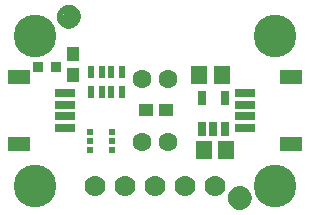
<source format=gbr>
G04 EAGLE Gerber RS-274X export*
G75*
%MOMM*%
%FSLAX34Y34*%
%LPD*%
%INSoldermask Top*%
%IPPOS*%
%AMOC8*
5,1,8,0,0,1.08239X$1,22.5*%
G01*
%ADD10R,1.341600X1.601600*%
%ADD11R,0.651600X1.301600*%
%ADD12R,1.176600X1.101600*%
%ADD13R,0.551600X1.001600*%
%ADD14R,0.601600X0.601600*%
%ADD15R,0.601600X0.501600*%
%ADD16C,3.617600*%
%ADD17R,1.651600X0.701600*%
%ADD18R,1.901600X1.301600*%
%ADD19C,1.101600*%
%ADD20C,0.500000*%
%ADD21R,0.901600X0.901600*%
%ADD22R,1.101600X1.176600*%
%ADD23C,1.778000*%
%ADD24C,1.600000*%


D10*
X187300Y55880D03*
X168300Y55880D03*
D11*
X167030Y73359D03*
X176530Y73359D03*
X186030Y73359D03*
X186030Y99361D03*
X167030Y99361D03*
D10*
X164490Y119380D03*
X183490Y119380D03*
D12*
X119135Y89535D03*
X136135Y89535D03*
D13*
X98928Y104530D03*
X98928Y121530D03*
X89928Y104530D03*
X81928Y104530D03*
X72928Y104530D03*
X72928Y121530D03*
X89928Y121530D03*
X81928Y121530D03*
D14*
X90280Y55365D03*
D15*
X90280Y62865D03*
D14*
X90280Y70365D03*
X72280Y70365D03*
D15*
X72280Y62865D03*
D14*
X72280Y55365D03*
D16*
X25400Y152400D03*
X228600Y152400D03*
D17*
X203460Y83900D03*
X203460Y93900D03*
X203460Y73900D03*
X203460Y103900D03*
D18*
X242460Y60900D03*
X242460Y116900D03*
D17*
X50540Y93900D03*
X50540Y83900D03*
X50540Y103900D03*
X50540Y73900D03*
D18*
X11540Y116900D03*
X11540Y60900D03*
D19*
X198730Y14808D03*
D20*
X198730Y22308D02*
X198549Y22306D01*
X198368Y22299D01*
X198187Y22288D01*
X198006Y22273D01*
X197826Y22253D01*
X197646Y22229D01*
X197467Y22201D01*
X197289Y22168D01*
X197112Y22131D01*
X196935Y22090D01*
X196760Y22045D01*
X196585Y21995D01*
X196412Y21941D01*
X196241Y21883D01*
X196070Y21821D01*
X195902Y21754D01*
X195735Y21684D01*
X195569Y21610D01*
X195406Y21531D01*
X195245Y21449D01*
X195085Y21363D01*
X194928Y21273D01*
X194773Y21179D01*
X194620Y21082D01*
X194470Y20980D01*
X194322Y20876D01*
X194176Y20767D01*
X194034Y20656D01*
X193894Y20540D01*
X193757Y20422D01*
X193622Y20300D01*
X193491Y20175D01*
X193363Y20047D01*
X193238Y19916D01*
X193116Y19781D01*
X192998Y19644D01*
X192882Y19504D01*
X192771Y19362D01*
X192662Y19216D01*
X192558Y19068D01*
X192456Y18918D01*
X192359Y18765D01*
X192265Y18610D01*
X192175Y18453D01*
X192089Y18293D01*
X192007Y18132D01*
X191928Y17969D01*
X191854Y17803D01*
X191784Y17636D01*
X191717Y17468D01*
X191655Y17297D01*
X191597Y17126D01*
X191543Y16953D01*
X191493Y16778D01*
X191448Y16603D01*
X191407Y16426D01*
X191370Y16249D01*
X191337Y16071D01*
X191309Y15892D01*
X191285Y15712D01*
X191265Y15532D01*
X191250Y15351D01*
X191239Y15170D01*
X191232Y14989D01*
X191230Y14808D01*
X198730Y22308D02*
X198911Y22306D01*
X199092Y22299D01*
X199273Y22288D01*
X199454Y22273D01*
X199634Y22253D01*
X199814Y22229D01*
X199993Y22201D01*
X200171Y22168D01*
X200348Y22131D01*
X200525Y22090D01*
X200700Y22045D01*
X200875Y21995D01*
X201048Y21941D01*
X201219Y21883D01*
X201390Y21821D01*
X201558Y21754D01*
X201725Y21684D01*
X201891Y21610D01*
X202054Y21531D01*
X202215Y21449D01*
X202375Y21363D01*
X202532Y21273D01*
X202687Y21179D01*
X202840Y21082D01*
X202990Y20980D01*
X203138Y20876D01*
X203284Y20767D01*
X203426Y20656D01*
X203566Y20540D01*
X203703Y20422D01*
X203838Y20300D01*
X203969Y20175D01*
X204097Y20047D01*
X204222Y19916D01*
X204344Y19781D01*
X204462Y19644D01*
X204578Y19504D01*
X204689Y19362D01*
X204798Y19216D01*
X204902Y19068D01*
X205004Y18918D01*
X205101Y18765D01*
X205195Y18610D01*
X205285Y18453D01*
X205371Y18293D01*
X205453Y18132D01*
X205532Y17969D01*
X205606Y17803D01*
X205676Y17636D01*
X205743Y17468D01*
X205805Y17297D01*
X205863Y17126D01*
X205917Y16953D01*
X205967Y16778D01*
X206012Y16603D01*
X206053Y16426D01*
X206090Y16249D01*
X206123Y16071D01*
X206151Y15892D01*
X206175Y15712D01*
X206195Y15532D01*
X206210Y15351D01*
X206221Y15170D01*
X206228Y14989D01*
X206230Y14808D01*
X206228Y14627D01*
X206221Y14446D01*
X206210Y14265D01*
X206195Y14084D01*
X206175Y13904D01*
X206151Y13724D01*
X206123Y13545D01*
X206090Y13367D01*
X206053Y13190D01*
X206012Y13013D01*
X205967Y12838D01*
X205917Y12663D01*
X205863Y12490D01*
X205805Y12319D01*
X205743Y12148D01*
X205676Y11980D01*
X205606Y11813D01*
X205532Y11647D01*
X205453Y11484D01*
X205371Y11323D01*
X205285Y11163D01*
X205195Y11006D01*
X205101Y10851D01*
X205004Y10698D01*
X204902Y10548D01*
X204798Y10400D01*
X204689Y10254D01*
X204578Y10112D01*
X204462Y9972D01*
X204344Y9835D01*
X204222Y9700D01*
X204097Y9569D01*
X203969Y9441D01*
X203838Y9316D01*
X203703Y9194D01*
X203566Y9076D01*
X203426Y8960D01*
X203284Y8849D01*
X203138Y8740D01*
X202990Y8636D01*
X202840Y8534D01*
X202687Y8437D01*
X202532Y8343D01*
X202375Y8253D01*
X202215Y8167D01*
X202054Y8085D01*
X201891Y8006D01*
X201725Y7932D01*
X201558Y7862D01*
X201390Y7795D01*
X201219Y7733D01*
X201048Y7675D01*
X200875Y7621D01*
X200700Y7571D01*
X200525Y7526D01*
X200348Y7485D01*
X200171Y7448D01*
X199993Y7415D01*
X199814Y7387D01*
X199634Y7363D01*
X199454Y7343D01*
X199273Y7328D01*
X199092Y7317D01*
X198911Y7310D01*
X198730Y7308D01*
X198549Y7310D01*
X198368Y7317D01*
X198187Y7328D01*
X198006Y7343D01*
X197826Y7363D01*
X197646Y7387D01*
X197467Y7415D01*
X197289Y7448D01*
X197112Y7485D01*
X196935Y7526D01*
X196760Y7571D01*
X196585Y7621D01*
X196412Y7675D01*
X196241Y7733D01*
X196070Y7795D01*
X195902Y7862D01*
X195735Y7932D01*
X195569Y8006D01*
X195406Y8085D01*
X195245Y8167D01*
X195085Y8253D01*
X194928Y8343D01*
X194773Y8437D01*
X194620Y8534D01*
X194470Y8636D01*
X194322Y8740D01*
X194176Y8849D01*
X194034Y8960D01*
X193894Y9076D01*
X193757Y9194D01*
X193622Y9316D01*
X193491Y9441D01*
X193363Y9569D01*
X193238Y9700D01*
X193116Y9835D01*
X192998Y9972D01*
X192882Y10112D01*
X192771Y10254D01*
X192662Y10400D01*
X192558Y10548D01*
X192456Y10698D01*
X192359Y10851D01*
X192265Y11006D01*
X192175Y11163D01*
X192089Y11323D01*
X192007Y11484D01*
X191928Y11647D01*
X191854Y11813D01*
X191784Y11980D01*
X191717Y12148D01*
X191655Y12319D01*
X191597Y12490D01*
X191543Y12663D01*
X191493Y12838D01*
X191448Y13013D01*
X191407Y13190D01*
X191370Y13367D01*
X191337Y13545D01*
X191309Y13724D01*
X191285Y13904D01*
X191265Y14084D01*
X191250Y14265D01*
X191239Y14446D01*
X191232Y14627D01*
X191230Y14808D01*
D19*
X54000Y168326D03*
D20*
X54000Y175826D02*
X53819Y175824D01*
X53638Y175817D01*
X53457Y175806D01*
X53276Y175791D01*
X53096Y175771D01*
X52916Y175747D01*
X52737Y175719D01*
X52559Y175686D01*
X52382Y175649D01*
X52205Y175608D01*
X52030Y175563D01*
X51855Y175513D01*
X51682Y175459D01*
X51511Y175401D01*
X51340Y175339D01*
X51172Y175272D01*
X51005Y175202D01*
X50839Y175128D01*
X50676Y175049D01*
X50515Y174967D01*
X50355Y174881D01*
X50198Y174791D01*
X50043Y174697D01*
X49890Y174600D01*
X49740Y174498D01*
X49592Y174394D01*
X49446Y174285D01*
X49304Y174174D01*
X49164Y174058D01*
X49027Y173940D01*
X48892Y173818D01*
X48761Y173693D01*
X48633Y173565D01*
X48508Y173434D01*
X48386Y173299D01*
X48268Y173162D01*
X48152Y173022D01*
X48041Y172880D01*
X47932Y172734D01*
X47828Y172586D01*
X47726Y172436D01*
X47629Y172283D01*
X47535Y172128D01*
X47445Y171971D01*
X47359Y171811D01*
X47277Y171650D01*
X47198Y171487D01*
X47124Y171321D01*
X47054Y171154D01*
X46987Y170986D01*
X46925Y170815D01*
X46867Y170644D01*
X46813Y170471D01*
X46763Y170296D01*
X46718Y170121D01*
X46677Y169944D01*
X46640Y169767D01*
X46607Y169589D01*
X46579Y169410D01*
X46555Y169230D01*
X46535Y169050D01*
X46520Y168869D01*
X46509Y168688D01*
X46502Y168507D01*
X46500Y168326D01*
X54000Y175826D02*
X54181Y175824D01*
X54362Y175817D01*
X54543Y175806D01*
X54724Y175791D01*
X54904Y175771D01*
X55084Y175747D01*
X55263Y175719D01*
X55441Y175686D01*
X55618Y175649D01*
X55795Y175608D01*
X55970Y175563D01*
X56145Y175513D01*
X56318Y175459D01*
X56489Y175401D01*
X56660Y175339D01*
X56828Y175272D01*
X56995Y175202D01*
X57161Y175128D01*
X57324Y175049D01*
X57485Y174967D01*
X57645Y174881D01*
X57802Y174791D01*
X57957Y174697D01*
X58110Y174600D01*
X58260Y174498D01*
X58408Y174394D01*
X58554Y174285D01*
X58696Y174174D01*
X58836Y174058D01*
X58973Y173940D01*
X59108Y173818D01*
X59239Y173693D01*
X59367Y173565D01*
X59492Y173434D01*
X59614Y173299D01*
X59732Y173162D01*
X59848Y173022D01*
X59959Y172880D01*
X60068Y172734D01*
X60172Y172586D01*
X60274Y172436D01*
X60371Y172283D01*
X60465Y172128D01*
X60555Y171971D01*
X60641Y171811D01*
X60723Y171650D01*
X60802Y171487D01*
X60876Y171321D01*
X60946Y171154D01*
X61013Y170986D01*
X61075Y170815D01*
X61133Y170644D01*
X61187Y170471D01*
X61237Y170296D01*
X61282Y170121D01*
X61323Y169944D01*
X61360Y169767D01*
X61393Y169589D01*
X61421Y169410D01*
X61445Y169230D01*
X61465Y169050D01*
X61480Y168869D01*
X61491Y168688D01*
X61498Y168507D01*
X61500Y168326D01*
X61498Y168145D01*
X61491Y167964D01*
X61480Y167783D01*
X61465Y167602D01*
X61445Y167422D01*
X61421Y167242D01*
X61393Y167063D01*
X61360Y166885D01*
X61323Y166708D01*
X61282Y166531D01*
X61237Y166356D01*
X61187Y166181D01*
X61133Y166008D01*
X61075Y165837D01*
X61013Y165666D01*
X60946Y165498D01*
X60876Y165331D01*
X60802Y165165D01*
X60723Y165002D01*
X60641Y164841D01*
X60555Y164681D01*
X60465Y164524D01*
X60371Y164369D01*
X60274Y164216D01*
X60172Y164066D01*
X60068Y163918D01*
X59959Y163772D01*
X59848Y163630D01*
X59732Y163490D01*
X59614Y163353D01*
X59492Y163218D01*
X59367Y163087D01*
X59239Y162959D01*
X59108Y162834D01*
X58973Y162712D01*
X58836Y162594D01*
X58696Y162478D01*
X58554Y162367D01*
X58408Y162258D01*
X58260Y162154D01*
X58110Y162052D01*
X57957Y161955D01*
X57802Y161861D01*
X57645Y161771D01*
X57485Y161685D01*
X57324Y161603D01*
X57161Y161524D01*
X56995Y161450D01*
X56828Y161380D01*
X56660Y161313D01*
X56489Y161251D01*
X56318Y161193D01*
X56145Y161139D01*
X55970Y161089D01*
X55795Y161044D01*
X55618Y161003D01*
X55441Y160966D01*
X55263Y160933D01*
X55084Y160905D01*
X54904Y160881D01*
X54724Y160861D01*
X54543Y160846D01*
X54362Y160835D01*
X54181Y160828D01*
X54000Y160826D01*
X53819Y160828D01*
X53638Y160835D01*
X53457Y160846D01*
X53276Y160861D01*
X53096Y160881D01*
X52916Y160905D01*
X52737Y160933D01*
X52559Y160966D01*
X52382Y161003D01*
X52205Y161044D01*
X52030Y161089D01*
X51855Y161139D01*
X51682Y161193D01*
X51511Y161251D01*
X51340Y161313D01*
X51172Y161380D01*
X51005Y161450D01*
X50839Y161524D01*
X50676Y161603D01*
X50515Y161685D01*
X50355Y161771D01*
X50198Y161861D01*
X50043Y161955D01*
X49890Y162052D01*
X49740Y162154D01*
X49592Y162258D01*
X49446Y162367D01*
X49304Y162478D01*
X49164Y162594D01*
X49027Y162712D01*
X48892Y162834D01*
X48761Y162959D01*
X48633Y163087D01*
X48508Y163218D01*
X48386Y163353D01*
X48268Y163490D01*
X48152Y163630D01*
X48041Y163772D01*
X47932Y163918D01*
X47828Y164066D01*
X47726Y164216D01*
X47629Y164369D01*
X47535Y164524D01*
X47445Y164681D01*
X47359Y164841D01*
X47277Y165002D01*
X47198Y165165D01*
X47124Y165331D01*
X47054Y165498D01*
X46987Y165666D01*
X46925Y165837D01*
X46867Y166008D01*
X46813Y166181D01*
X46763Y166356D01*
X46718Y166531D01*
X46677Y166708D01*
X46640Y166885D01*
X46607Y167063D01*
X46579Y167242D01*
X46555Y167422D01*
X46535Y167602D01*
X46520Y167783D01*
X46509Y167964D01*
X46502Y168145D01*
X46500Y168326D01*
D16*
X25400Y25400D03*
X228600Y25400D03*
D21*
X28060Y125730D03*
X43060Y125730D03*
D22*
X57252Y136364D03*
X57252Y119364D03*
D23*
X177800Y25400D03*
X152400Y25400D03*
X127000Y25400D03*
X101600Y25400D03*
X76200Y25400D03*
D24*
X138200Y115900D03*
X115700Y115900D03*
X138100Y61900D03*
X115800Y61900D03*
M02*

</source>
